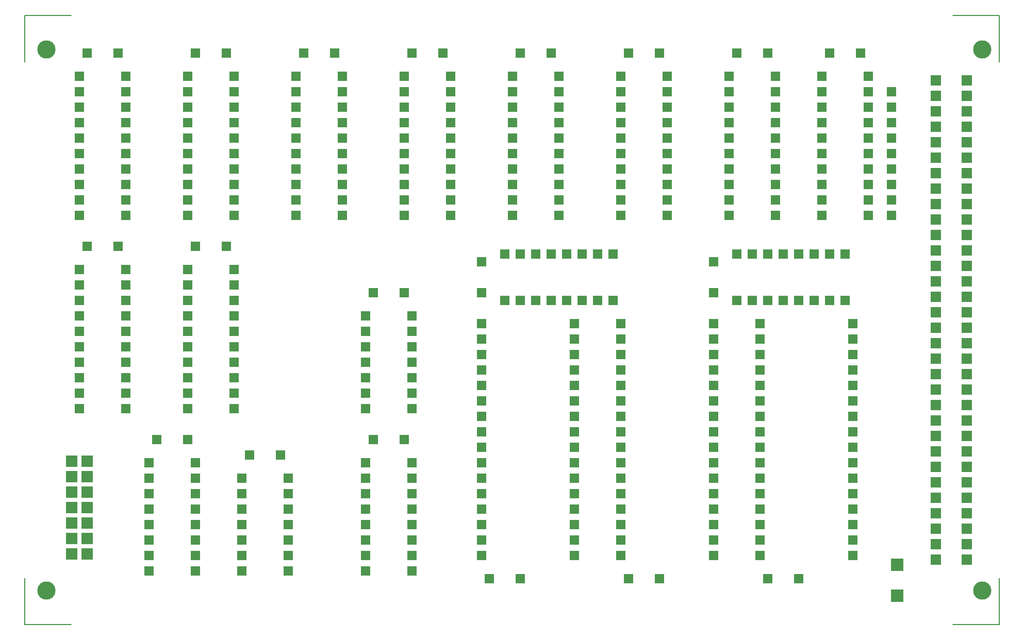
<source format=gts>
G75*
G70*
%OFA0B0*%
%FSLAX24Y24*%
%IPPOS*%
%LPD*%
%AMOC8*
5,1,8,0,0,1.08239X$1,22.5*
%
%ADD10R,0.0640X0.0640*%
%ADD11C,0.0060*%
%ADD12R,0.0710X0.0710*%
%ADD13C,0.1180*%
%ADD14R,0.0720X0.0720*%
%ADD15R,0.0830X0.0830*%
D10*
X012969Y010888D03*
X012969Y011888D03*
X012969Y012888D03*
X012969Y013888D03*
X012969Y014888D03*
X012969Y015888D03*
X012969Y016888D03*
X012969Y017888D03*
X013469Y019388D03*
X015469Y019388D03*
X015969Y017888D03*
X015969Y016888D03*
X015969Y015888D03*
X015969Y014888D03*
X015969Y013888D03*
X015969Y012888D03*
X015969Y011888D03*
X015969Y010888D03*
X018969Y010888D03*
X018969Y011888D03*
X018969Y012888D03*
X018969Y013888D03*
X018969Y014888D03*
X018969Y015888D03*
X018969Y016888D03*
X019469Y018388D03*
X021469Y018388D03*
X021969Y016888D03*
X021969Y015888D03*
X021969Y014888D03*
X021969Y013888D03*
X021969Y012888D03*
X021969Y011888D03*
X021969Y010888D03*
X026969Y010888D03*
X026969Y011888D03*
X026969Y012888D03*
X026969Y013888D03*
X026969Y014888D03*
X026969Y015888D03*
X026969Y016888D03*
X026969Y017888D03*
X027469Y019388D03*
X029469Y019388D03*
X029969Y017888D03*
X029969Y016888D03*
X029969Y015888D03*
X029969Y014888D03*
X029969Y013888D03*
X029969Y012888D03*
X029969Y011888D03*
X029969Y010888D03*
X034469Y011888D03*
X034469Y012888D03*
X034469Y013888D03*
X034469Y014888D03*
X034469Y015888D03*
X034469Y016888D03*
X034469Y017888D03*
X034469Y018888D03*
X034469Y019888D03*
X034469Y020888D03*
X034469Y021888D03*
X034469Y022888D03*
X034469Y023888D03*
X034469Y024888D03*
X034469Y025888D03*
X034469Y026888D03*
X035969Y028388D03*
X036969Y028388D03*
X037969Y028388D03*
X038969Y028388D03*
X039969Y028388D03*
X040969Y028388D03*
X041969Y028388D03*
X042969Y028388D03*
X043469Y026888D03*
X043469Y025888D03*
X043469Y024888D03*
X043469Y023888D03*
X043469Y022888D03*
X043469Y021888D03*
X043469Y020888D03*
X043469Y019888D03*
X043469Y018888D03*
X043469Y017888D03*
X043469Y016888D03*
X043469Y015888D03*
X043469Y014888D03*
X043469Y013888D03*
X043469Y012888D03*
X043469Y011888D03*
X043969Y010388D03*
X045969Y010388D03*
X049469Y011888D03*
X049469Y012888D03*
X049469Y013888D03*
X049469Y014888D03*
X049469Y015888D03*
X049469Y016888D03*
X049469Y017888D03*
X049469Y018888D03*
X049469Y019888D03*
X049469Y020888D03*
X049469Y021888D03*
X049469Y022888D03*
X049469Y023888D03*
X049469Y024888D03*
X049469Y025888D03*
X049469Y026888D03*
X050969Y028388D03*
X051969Y028388D03*
X052969Y028388D03*
X053969Y028388D03*
X054969Y028388D03*
X055969Y028388D03*
X056969Y028388D03*
X057969Y028388D03*
X058469Y026888D03*
X058469Y025888D03*
X058469Y024888D03*
X058469Y023888D03*
X058469Y022888D03*
X058469Y021888D03*
X058469Y020888D03*
X058469Y019888D03*
X058469Y018888D03*
X058469Y017888D03*
X058469Y016888D03*
X058469Y015888D03*
X058469Y014888D03*
X058469Y013888D03*
X058469Y012888D03*
X058469Y011888D03*
X054969Y010388D03*
X052969Y010388D03*
X052469Y011888D03*
X052469Y012888D03*
X052469Y013888D03*
X052469Y014888D03*
X052469Y015888D03*
X052469Y016888D03*
X052469Y017888D03*
X052469Y018888D03*
X052469Y019888D03*
X052469Y020888D03*
X052469Y021888D03*
X052469Y022888D03*
X052469Y023888D03*
X052469Y024888D03*
X052469Y025888D03*
X052469Y026888D03*
X049469Y028888D03*
X049469Y030888D03*
X050969Y031388D03*
X051969Y031388D03*
X052969Y031388D03*
X053969Y031388D03*
X054969Y031388D03*
X055969Y031388D03*
X056969Y031388D03*
X057969Y031388D03*
X059469Y033888D03*
X059469Y034888D03*
X059469Y035888D03*
X059469Y036888D03*
X059469Y037888D03*
X059469Y038888D03*
X059469Y039888D03*
X059469Y040888D03*
X059469Y041888D03*
X059469Y042888D03*
X058969Y044388D03*
X056969Y044388D03*
X056469Y042888D03*
X056469Y041888D03*
X056469Y040888D03*
X056469Y039888D03*
X056469Y038888D03*
X056469Y037888D03*
X056469Y036888D03*
X056469Y035888D03*
X056469Y034888D03*
X056469Y033888D03*
X053469Y033888D03*
X053469Y034888D03*
X053469Y035888D03*
X053469Y036888D03*
X053469Y037888D03*
X053469Y038888D03*
X053469Y039888D03*
X053469Y040888D03*
X053469Y041888D03*
X053469Y042888D03*
X052969Y044388D03*
X050969Y044388D03*
X050469Y042888D03*
X050469Y041888D03*
X050469Y040888D03*
X050469Y039888D03*
X050469Y038888D03*
X050469Y037888D03*
X050469Y036888D03*
X050469Y035888D03*
X050469Y034888D03*
X050469Y033888D03*
X046469Y033888D03*
X046469Y034888D03*
X046469Y035888D03*
X046469Y036888D03*
X046469Y037888D03*
X046469Y038888D03*
X046469Y039888D03*
X046469Y040888D03*
X046469Y041888D03*
X046469Y042888D03*
X045969Y044388D03*
X043969Y044388D03*
X043469Y042888D03*
X043469Y041888D03*
X043469Y040888D03*
X043469Y039888D03*
X043469Y038888D03*
X043469Y037888D03*
X043469Y036888D03*
X043469Y035888D03*
X043469Y034888D03*
X043469Y033888D03*
X042969Y031388D03*
X041969Y031388D03*
X040969Y031388D03*
X039969Y031388D03*
X038969Y031388D03*
X037969Y031388D03*
X036969Y031388D03*
X035969Y031388D03*
X034469Y030888D03*
X034469Y028888D03*
X029969Y027388D03*
X029969Y026388D03*
X029969Y025388D03*
X029969Y024388D03*
X029969Y023388D03*
X029969Y022388D03*
X029969Y021388D03*
X026969Y021388D03*
X026969Y022388D03*
X026969Y023388D03*
X026969Y024388D03*
X026969Y025388D03*
X026969Y026388D03*
X026969Y027388D03*
X027469Y028888D03*
X029469Y028888D03*
X029469Y033888D03*
X029469Y034888D03*
X029469Y035888D03*
X029469Y036888D03*
X029469Y037888D03*
X029469Y038888D03*
X029469Y039888D03*
X029469Y040888D03*
X029469Y041888D03*
X029469Y042888D03*
X029969Y044388D03*
X031969Y044388D03*
X032469Y042888D03*
X032469Y041888D03*
X032469Y040888D03*
X032469Y039888D03*
X032469Y038888D03*
X032469Y037888D03*
X032469Y036888D03*
X032469Y035888D03*
X032469Y034888D03*
X032469Y033888D03*
X036469Y033888D03*
X036469Y034888D03*
X036469Y035888D03*
X036469Y036888D03*
X036469Y037888D03*
X036469Y038888D03*
X036469Y039888D03*
X036469Y040888D03*
X036469Y041888D03*
X036469Y042888D03*
X036969Y044388D03*
X038969Y044388D03*
X039469Y042888D03*
X039469Y041888D03*
X039469Y040888D03*
X039469Y039888D03*
X039469Y038888D03*
X039469Y037888D03*
X039469Y036888D03*
X039469Y035888D03*
X039469Y034888D03*
X039469Y033888D03*
X040469Y026888D03*
X040469Y025888D03*
X040469Y024888D03*
X040469Y023888D03*
X040469Y022888D03*
X040469Y021888D03*
X040469Y020888D03*
X040469Y019888D03*
X040469Y018888D03*
X040469Y017888D03*
X040469Y016888D03*
X040469Y015888D03*
X040469Y014888D03*
X040469Y013888D03*
X040469Y012888D03*
X040469Y011888D03*
X036969Y010388D03*
X034969Y010388D03*
X018469Y021388D03*
X018469Y022388D03*
X018469Y023388D03*
X018469Y024388D03*
X018469Y025388D03*
X018469Y026388D03*
X018469Y027388D03*
X018469Y028388D03*
X018469Y029388D03*
X018469Y030388D03*
X017969Y031888D03*
X015969Y031888D03*
X015469Y030388D03*
X015469Y029388D03*
X015469Y028388D03*
X015469Y027388D03*
X015469Y026388D03*
X015469Y025388D03*
X015469Y024388D03*
X015469Y023388D03*
X015469Y022388D03*
X015469Y021388D03*
X011469Y021388D03*
X011469Y022388D03*
X011469Y023388D03*
X011469Y024388D03*
X011469Y025388D03*
X011469Y026388D03*
X011469Y027388D03*
X011469Y028388D03*
X011469Y029388D03*
X011469Y030388D03*
X010969Y031888D03*
X008969Y031888D03*
X008469Y030388D03*
X008469Y029388D03*
X008469Y028388D03*
X008469Y027388D03*
X008469Y026388D03*
X008469Y025388D03*
X008469Y024388D03*
X008469Y023388D03*
X008469Y022388D03*
X008469Y021388D03*
X008469Y033888D03*
X008469Y034888D03*
X008469Y035888D03*
X008469Y036888D03*
X008469Y037888D03*
X008469Y038888D03*
X008469Y039888D03*
X008469Y040888D03*
X008469Y041888D03*
X008469Y042888D03*
X008969Y044388D03*
X010969Y044388D03*
X011469Y042888D03*
X011469Y041888D03*
X011469Y040888D03*
X011469Y039888D03*
X011469Y038888D03*
X011469Y037888D03*
X011469Y036888D03*
X011469Y035888D03*
X011469Y034888D03*
X011469Y033888D03*
X015469Y033888D03*
X015469Y034888D03*
X015469Y035888D03*
X015469Y036888D03*
X015469Y037888D03*
X015469Y038888D03*
X015469Y039888D03*
X015469Y040888D03*
X015469Y041888D03*
X015469Y042888D03*
X015969Y044388D03*
X017969Y044388D03*
X018469Y042888D03*
X018469Y041888D03*
X018469Y040888D03*
X018469Y039888D03*
X018469Y038888D03*
X018469Y037888D03*
X018469Y036888D03*
X018469Y035888D03*
X018469Y034888D03*
X018469Y033888D03*
X022469Y033888D03*
X022469Y034888D03*
X022469Y035888D03*
X022469Y036888D03*
X022469Y037888D03*
X022469Y038888D03*
X022469Y039888D03*
X022469Y040888D03*
X022469Y041888D03*
X022469Y042888D03*
X022969Y044388D03*
X024969Y044388D03*
X025469Y042888D03*
X025469Y041888D03*
X025469Y040888D03*
X025469Y039888D03*
X025469Y038888D03*
X025469Y037888D03*
X025469Y036888D03*
X025469Y035888D03*
X025469Y034888D03*
X025469Y033888D03*
X060969Y033888D03*
X060969Y034888D03*
X060969Y035888D03*
X060969Y036888D03*
X060969Y037888D03*
X060969Y038888D03*
X060969Y039888D03*
X060969Y040888D03*
X060969Y041888D03*
D11*
X004951Y010422D02*
X004951Y007422D01*
X007951Y007422D01*
X004951Y043802D02*
X004951Y046802D01*
X007951Y046802D01*
X064951Y046802D02*
X067951Y046802D01*
X067951Y043802D01*
X067951Y010422D02*
X067951Y007422D01*
X064951Y007422D01*
D12*
X065851Y011612D03*
X065851Y012612D03*
X065851Y013612D03*
X065851Y014612D03*
X065851Y015612D03*
X065851Y016612D03*
X065851Y017612D03*
X065851Y018612D03*
X065851Y019612D03*
X065851Y020612D03*
X065851Y021612D03*
X065851Y022612D03*
X065851Y023612D03*
X065851Y024612D03*
X065851Y025612D03*
X065851Y026612D03*
X065851Y027612D03*
X065851Y028612D03*
X065851Y029612D03*
X065851Y030612D03*
X065851Y031612D03*
X065851Y032612D03*
X065851Y033612D03*
X065851Y034612D03*
X065851Y035612D03*
X065851Y036612D03*
X065851Y037612D03*
X065851Y038612D03*
X065851Y039612D03*
X065851Y040612D03*
X065851Y041612D03*
X065851Y042612D03*
X063851Y042612D03*
X063851Y041612D03*
X063851Y040612D03*
X063851Y039612D03*
X063851Y038612D03*
X063851Y037612D03*
X063851Y036612D03*
X063851Y035612D03*
X063851Y034612D03*
X063851Y033612D03*
X063851Y032612D03*
X063851Y031612D03*
X063851Y030612D03*
X063851Y029612D03*
X063851Y028612D03*
X063851Y027612D03*
X063851Y026612D03*
X063851Y025612D03*
X063851Y024612D03*
X063851Y023612D03*
X063851Y022612D03*
X063851Y021612D03*
X063851Y020612D03*
X063851Y019612D03*
X063851Y018612D03*
X063851Y017612D03*
X063851Y016612D03*
X063851Y015612D03*
X063851Y014612D03*
X063851Y013612D03*
X063851Y012612D03*
X063851Y011612D03*
D13*
X066851Y009612D03*
X066851Y044612D03*
X006351Y044612D03*
X006351Y009612D03*
D14*
X007969Y011988D03*
X007969Y012988D03*
X008969Y012988D03*
X008969Y011988D03*
X008969Y013988D03*
X007969Y013988D03*
X007969Y014988D03*
X008969Y014988D03*
X008969Y015988D03*
X007969Y015988D03*
X007969Y016988D03*
X008969Y016988D03*
X008969Y017988D03*
X007969Y017988D03*
D15*
X061329Y011268D03*
X061329Y009268D03*
M02*

</source>
